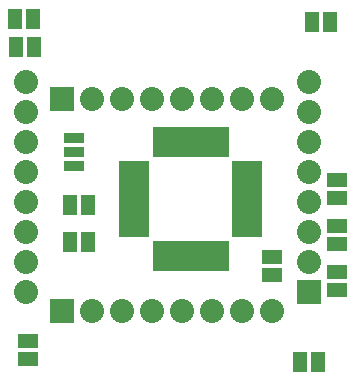
<source format=gts>
G04 (created by PCBNEW-RS274X (2011-05-25)-stable) date Fri 25 Jan 2013 04:31:27 PM PST*
G01*
G70*
G90*
%MOIN*%
G04 Gerber Fmt 3.4, Leading zero omitted, Abs format*
%FSLAX34Y34*%
G04 APERTURE LIST*
%ADD10C,0.006000*%
%ADD11R,0.071200X0.035700*%
%ADD12R,0.045000X0.065000*%
%ADD13R,0.065000X0.045000*%
%ADD14R,0.098700X0.037700*%
%ADD15R,0.037700X0.098700*%
%ADD16C,0.080000*%
%ADD17R,0.080000X0.080000*%
G04 APERTURE END LIST*
G54D10*
G54D11*
X42559Y-31890D03*
X42559Y-31418D03*
X42559Y-32362D03*
G54D12*
X50487Y-27559D03*
X51087Y-27559D03*
G54D13*
X41043Y-38784D03*
X41043Y-38184D03*
G54D12*
X42417Y-34882D03*
X43017Y-34882D03*
X42417Y-33661D03*
X43017Y-33661D03*
G54D13*
X51339Y-35881D03*
X51339Y-36481D03*
G54D12*
X40629Y-28406D03*
X41229Y-28406D03*
G54D13*
X51339Y-32810D03*
X51339Y-33410D03*
X51339Y-34346D03*
X51339Y-34946D03*
G54D12*
X40602Y-27445D03*
X41202Y-27445D03*
G54D14*
X44561Y-34558D03*
X44561Y-34243D03*
X44561Y-33928D03*
X44561Y-33613D03*
X44561Y-33298D03*
X44561Y-32983D03*
X44561Y-32668D03*
X44561Y-32353D03*
X48327Y-32355D03*
X48327Y-34565D03*
X48327Y-34245D03*
X48327Y-33925D03*
X48327Y-33615D03*
X48327Y-33295D03*
X48327Y-32985D03*
X48327Y-32665D03*
G54D15*
X45345Y-31565D03*
X45659Y-31565D03*
X45975Y-31565D03*
X46289Y-31565D03*
X46605Y-31565D03*
X46919Y-31565D03*
X47235Y-31565D03*
X47549Y-31565D03*
X45347Y-35345D03*
X45657Y-35345D03*
X45977Y-35345D03*
X46287Y-35345D03*
X46597Y-35345D03*
X46917Y-35345D03*
X47237Y-35345D03*
X47557Y-35345D03*
G54D16*
X40945Y-29569D03*
X40945Y-30569D03*
X40945Y-31569D03*
X40945Y-32569D03*
X40945Y-33569D03*
X40945Y-34569D03*
X40945Y-35569D03*
X40945Y-36569D03*
G54D17*
X50394Y-36569D03*
G54D16*
X50394Y-35569D03*
X50394Y-34569D03*
X50394Y-33569D03*
X50394Y-32569D03*
X50394Y-31569D03*
X50394Y-30569D03*
X50394Y-29569D03*
G54D13*
X49173Y-35409D03*
X49173Y-36009D03*
G54D12*
X50094Y-38898D03*
X50694Y-38898D03*
G54D17*
X42169Y-30118D03*
G54D16*
X43169Y-30118D03*
X44169Y-30118D03*
X45169Y-30118D03*
X46169Y-30118D03*
X47169Y-30118D03*
X48169Y-30118D03*
X49169Y-30118D03*
G54D17*
X42169Y-37205D03*
G54D16*
X43169Y-37205D03*
X44169Y-37205D03*
X45169Y-37205D03*
X46169Y-37205D03*
X47169Y-37205D03*
X48169Y-37205D03*
X49169Y-37205D03*
M02*

</source>
